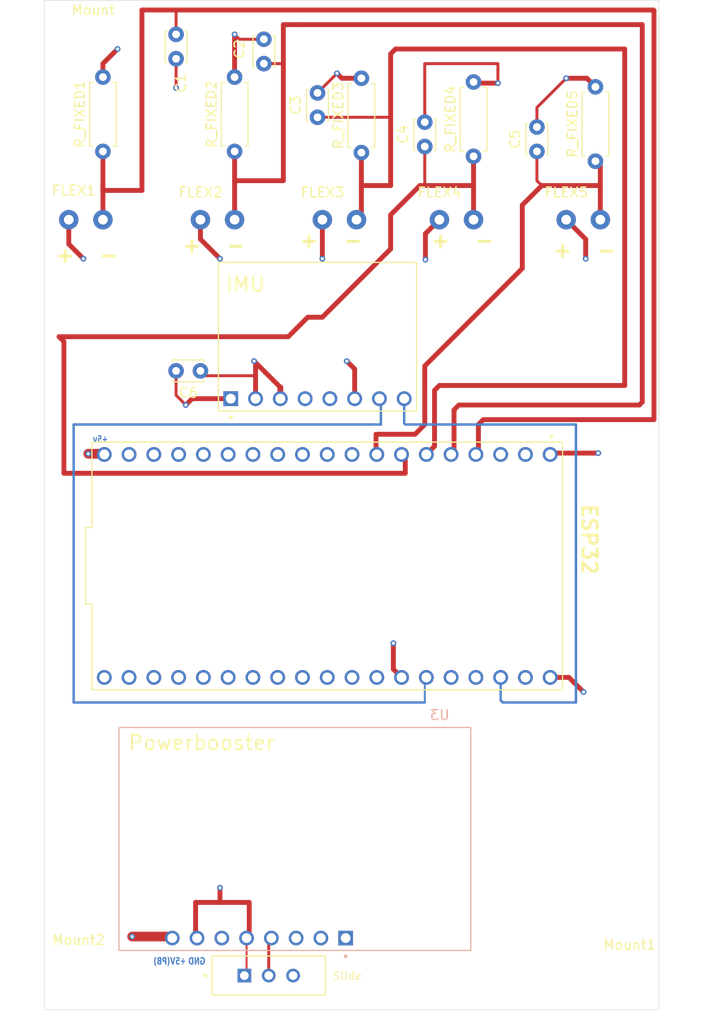
<source format=kicad_pcb>
(kicad_pcb (version 20241229) (generator "pcbnew") (generator_version "9.0")
  (layers (0 "F.Cu" signal "F.Cu(All signals)") (4 "In1.Cu" signal "ln1.Cu(GND)") (6 "In2.Cu" signal "ln2.Cu(PWR)") (2 "B.Cu" signal "B.Cu(Bottom)") (13 "F.Paste" user) (15 "B.Paste" user) (5 "F.SilkS" user "F.Silkscreen") (7 "B.SilkS" user "B.Silkscreen") (1 "F.Mask" user) (3 "B.Mask" user) (25 "Edge.Cuts" user))
  (net 0 "")
  (net 26 "GND")
  (net 27 "/FLEX1_SIG")
  (net 28 "+3V3")
  (net 30 "/FLEX2_SIG")
  (net 32 "/FLEX3_SIG")
  (net 33 "/FLEX4_SIG")
  (net 34 "/FLEX5_SIG")
  (net 35 "/SCL")
  (net 36 "/SDA")
  (net 37 "/U3.EN → S1 pin 2")
  (net 38 "+5V")
  (net 44 "unconnected-(U3-LBO-Pad6)")
  (footprint "WIREPADSS:Wire_2pad_P3.50_D1.40" (layer "F.Cu") (at 87 51.5)
    (property "Reference" "FLEX1" (at 0.5 -3 0) (layer "F.SilkS"))
    (property "Value" "FLEX1(25-100kΩ)")
    (pad "1" thru_hole oval (at 0 0) (size 2 2) (drill 1) (layers "*.Cu" "*.Mask") (net 28 "+3V3"))
    (pad "2" thru_hole oval (at 3.5 0) (size 2 2) (drill 1) (layers "*.Cu" "*.Mask") (net 27 "/FLEX1_SIG"))
  )
  (footprint "Resistor_THT:R_Axial_DIN0207_L6.3mm_D2.5mm_P7.62mm_Horizontal" (layer "F.Cu") (at 128.5 45 90)
    (property "Reference" "R_FIXED4" (at 3.81 -2.37 90) (layer "F.SilkS"))
    (property "Value" "47k")
    (fp_line (start 7.08 -1.37) (end 7.08 -1.04) (stroke (width 0.12)) (layer "F.SilkS"))
    (fp_line (start 0.54 -1.37) (end 7.08 -1.37) (stroke (width 0.12)) (layer "F.SilkS"))
    (fp_line (start 0.54 -1.04) (end 0.54 -1.37) (stroke (width 0.12)) (layer "F.SilkS"))
    (fp_line (start 0.54 1.04) (end 0.54 1.37) (stroke (width 0.12)) (layer "F.SilkS"))
    (fp_line (start 7.08 1.37) (end 7.08 1.04) (stroke (width 0.12)) (layer "F.SilkS"))
    (fp_line (start 0.54 1.37) (end 7.08 1.37) (stroke (width 0.12)) (layer "F.SilkS"))
    (pad "1" thru_hole circle (at 0 0 90) (size 1.6 1.6) (drill 0.8) (layers "*.Cu" "*.Mask") (net 33 "/FLEX4_SIG"))
    (pad "2" thru_hole circle (at 7.62 0 90) (size 1.6 1.6) (drill 0.8) (layers "*.Cu" "*.Mask") (net 26 "GND"))
  )
  (footprint "Capacitor_THT:C_Disc_D3.0mm_W2.0mm_P2.50mm" (layer "F.Cu") (at 107 35.5 90)
    (property "Reference" "C2" (at 1.5 -2.5 90) (layer "F.SilkS"))
    (property "Value" "0.22uF")
    (fp_line (start 2.87 -1.12) (end 2.87 -0.972) (stroke (width 0.12)) (layer "F.SilkS"))
    (fp_line (start -0.37 -1.12) (end 2.87 -1.12) (stroke (width 0.12)) (layer "F.SilkS"))
    (fp_line (start -0.37 -0.972) (end -0.37 -1.12) (stroke (width 0.12)) (layer "F.SilkS"))
    (fp_line (start 2.87 0.972) (end 2.87 1.12) (stroke (width 0.12)) (layer "F.SilkS"))
    (fp_line (start 2.87 1.12) (end -0.37 1.12) (stroke (width 0.12)) (layer "F.SilkS"))
    (fp_line (start -0.37 1.12) (end -0.37 0.972) (stroke (width 0.12)) (layer "F.SilkS"))
    (pad "1" thru_hole circle (at 0 0 90) (size 1.6 1.6) (drill 0.8) (layers "*.Cu" "*.Mask") (net 30 "/FLEX2_SIG"))
    (pad "2" thru_hole circle (at 2.5 0 90) (size 1.6 1.6) (drill 0.8) (layers "*.Cu" "*.Mask") (net 26 "GND"))
  )
  (footprint "WIREPADSS:Wire_2pad_P3.50_D1.40" (layer "F.Cu") (at 100.5 51.5)
    (property "Reference" "FLEX2" (at 0 -2.8 0) (layer "F.SilkS"))
    (property "Value" "FLEX2(25-100kΩ)")
    (pad "1" thru_hole circle (at 0 0) (size 2 2) (drill 1) (layers "*.Cu" "*.Mask") (net 28 "+3V3"))
    (pad "2" thru_hole oval (at 3.5 0) (size 2 2) (drill 1) (layers "*.Cu" "*.Mask") (net 30 "/FLEX2_SIG"))
  )
  (footprint "NODEMCU-32S:MODULE_NODEMCU-32S" (layer "F.Cu") (at 113.5 87 -90)
    (property "Reference" "U1" (hide yes))
    (property "Value" "NODEMCU-32S")
    (fp_line (start -3.93 24.78) (end 3.93 24.78) (stroke (width 0.127)) (layer "F.SilkS"))
    (fp_line (start 3.93 24.78) (end 3.93 24.13) (stroke (width 0.127)) (layer "F.SilkS"))
    (fp_line (start -12.7 24.13) (end -12.7 -24.13) (stroke (width 0.127)) (layer "F.SilkS"))
    (fp_line (start -3.93 24.13) (end -3.93 24.78) (stroke (width 0.127)) (layer "F.SilkS"))
    (fp_line (start -3.93 24.13) (end -12.7 24.13) (stroke (width 0.127)) (layer "F.SilkS"))
    (fp_line (start 12.7 24.13) (end 3.93 24.13) (stroke (width 0.127)) (layer "F.SilkS"))
    (fp_line (start -12.7 -24.13) (end 12.7 -24.13) (stroke (width 0.127)) (layer "F.SilkS"))
    (fp_line (start 12.7 -24.13) (end 12.7 24.13) (stroke (width 0.127)) (layer "F.SilkS"))
    (fp_circle (center -13.25 -23) (end -13.15 -23) (stroke (width 0.2)) (fill no) (layer "F.SilkS"))
    (pad "J1_1" thru_hole circle (at -11.43 -22.86 270) (size 1.524 1.524) (drill 1.016) (layers "*.Cu" "*.Mask") (net 28 "+3V3"))
    (pad "J1_2" thru_hole circle (at -11.43 -20.32 270) (size 1.524 1.524) (drill 1.016) (layers "*.Cu" "*.Mask"))
    (pad "J1_3" thru_hole circle (at -11.43 -17.78 270) (size 1.524 1.524) (drill 1.016) (layers "*.Cu" "*.Mask"))
    (pad "J1_4" thru_hole circle (at -11.43 -15.24 270) (size 1.524 1.524) (drill 1.016) (layers "*.Cu" "*.Mask") (net 27 "/FLEX1_SIG"))
    (pad "J1_5" thru_hole circle (at -11.43 -12.7 270) (size 1.524 1.524) (drill 1.016) (layers "*.Cu" "*.Mask") (net 30 "/FLEX2_SIG"))
    (pad "J1_6" thru_hole circle (at -11.43 -10.16 270) (size 1.524 1.524) (drill 1.016) (layers "*.Cu" "*.Mask") (net 32 "/FLEX3_SIG"))
    (pad "J1_7" thru_hole circle (at -11.43 -7.62 270) (size 1.524 1.524) (drill 1.016) (layers "*.Cu" "*.Mask") (net 33 "/FLEX4_SIG"))
    (pad "J1_8" thru_hole circle (at -11.43 -5.08 270) (size 1.524 1.524) (drill 1.016) (layers "*.Cu" "*.Mask") (net 34 "/FLEX5_SIG"))
    (pad "J1_9" thru_hole circle (at -11.43 -2.54 270) (size 1.524 1.524) (drill 1.016) (layers "*.Cu" "*.Mask"))
    (pad "J1_10" thru_hole circle (at -11.43 0 270) (size 1.524 1.524) (drill 1.016) (layers "*.Cu" "*.Mask"))
    (pad "J1_11" thru_hole circle (at -11.43 2.54 270) (size 1.524 1.524) (drill 1.016) (layers "*.Cu" "*.Mask"))
    (pad "J1_12" thru_hole circle (at -11.43 5.08 270) (size 1.524 1.524) (drill 1.016) (layers "*.Cu" "*.Mask"))
    (pad "J1_13" thru_hole circle (at -11.43 7.62 270) (size 1.524 1.524) (drill 1.016) (layers "*.Cu" "*.Mask"))
    (pad "J1_14" thru_hole circle (at -11.43 10.16 270) (size 1.524 1.524) (drill 1.016) (layers "*.Cu" "*.Mask") (net 26 "GND"))
    (pad "J1_15" thru_hole circle (at -11.43 12.7 270) (size 1.524 1.524) (drill 1.016) (layers "*.Cu" "*.Mask"))
    (pad "J1_16" thru_hole circle (at -11.43 15.24 270) (size 1.524 1.524) (drill 1.016) (layers "*.Cu" "*.Mask"))
    (pad "J1_17" thru_hole circle (at -11.43 17.78 270) (size 1.524 1.524) (drill 1.016) (layers "*.Cu" "*.Mask"))
    (pad "J1_18" thru_hole circle (at -11.43 20.32 270) (size 1.524 1.524) (drill 1.016) (layers "*.Cu" "*.Mask"))
    (pad "J1_19" thru_hole circle (at -11.43 22.86 270) (size 1.524 1.524) (drill 1.016) (layers "*.Cu" "*.Mask") (net 38 "+5V"))
    (pad "J2_1" thru_hole circle (at 11.43 -22.86 270) (size 1.524 1.524) (drill 1.016) (layers "*.Cu" "*.Mask") (net 26 "GND"))
    (pad "J2_2" thru_hole circle (at 11.43 -20.32 270) (size 1.524 1.524) (drill 1.016) (layers "*.Cu" "*.Mask"))
    (pad "J2_3" thru_hole circle (at 11.43 -17.78 270) (size 1.524 1.524) (drill 1.016) (layers "*.Cu" "*.Mask") (net 35 "/SCL"))
    (pad "J2_4" thru_hole circle (at 11.43 -15.24 270) (size 1.524 1.524) (drill 1.016) (layers "*.Cu" "*.Mask"))
    (pad "J2_5" thru_hole circle (at 11.43 -12.7 270) (size 1.524 1.524) (drill 1.016) (layers "*.Cu" "*.Mask"))
    (pad "J2_6" thru_hole circle (at 11.43 -10.16 270) (size 1.524 1.524) (drill 1.016) (layers "*.Cu" "*.Mask") (net 36 "/SDA"))
    (pad "J2_7" thru_hole circle (at 11.43 -7.62 270) (size 1.524 1.524) (drill 1.016) (layers "*.Cu" "*.Mask") (net 26 "GND"))
    (pad "J2_8" thru_hole circle (at 11.43 -5.08 270) (size 1.524 1.524) (drill 1.016) (layers "*.Cu" "*.Mask"))
    (pad "J2_9" thru_hole circle (at 11.43 -2.54 270) (size 1.524 1.524) (drill 1.016) (layers "*.Cu" "*.Mask"))
    (pad "J2_10" thru_hole circle (at 11.43 0 270) (size 1.524 1.524) (drill 1.016) (layers "*.Cu" "*.Mask"))
    (pad "J2_11" thru_hole circle (at 11.43 2.54 270) (size 1.524 1.524) (drill 1.016) (layers "*.Cu" "*.Mask"))
    (pad "J2_12" thru_hole circle (at 11.43 5.08 270) (size 1.524 1.524) (drill 1.016) (layers "*.Cu" "*.Mask"))
    (pad "J2_13" thru_hole circle (at 11.43 7.62 270) (size 1.524 1.524) (drill 1.016) (layers "*.Cu" "*.Mask"))
    (pad "J2_14" thru_hole circle (at 11.43 10.16 270) (size 1.524 1.524) (drill 1.016) (layers "*.Cu" "*.Mask"))
    (pad "J2_15" thru_hole circle (at 11.43 12.7 270) (size 1.524 1.524) (drill 1.016) (layers "*.Cu" "*.Mask"))
    (pad "J2_16" thru_hole circle (at 11.43 15.24 270) (size 1.524 1.524) (drill 1.016) (layers "*.Cu" "*.Mask"))
    (pad "J2_17" thru_hole circle (at 11.43 17.78 270) (size 1.524 1.524) (drill 1.016) (layers "*.Cu" "*.Mask"))
    (pad "J2_18" thru_hole circle (at 11.43 20.32 270) (size 1.524 1.524) (drill 1.016) (layers "*.Cu" "*.Mask"))
    (pad "J2_19" thru_hole circle (at 11.43 22.86 270) (size 1.524 1.524) (drill 1.016) (layers "*.Cu" "*.Mask"))
  )
  (footprint "WIREPADSS:Wire_2pad_P3.50_D1.40" (layer "F.Cu") (at 113 51.5)
    (property "Reference" "FLEX3" (at 0 -2.8 0) (layer "F.SilkS"))
    (property "Value" "FLEX3(25-100kΩ)")
    (pad "1" thru_hole oval (at 0 0) (size 2 2) (drill 1) (layers "*.Cu" "*.Mask") (net 28 "+3V3"))
    (pad "2" thru_hole oval (at 3.5 0) (size 2 2) (drill 1) (layers "*.Cu" "*.Mask") (net 32 "/FLEX3_SIG"))
  )
  (footprint "Capacitor_THT:C_Disc_D3.0mm_W2.0mm_P2.50mm" (layer "F.Cu") (at 112.5 41 90)
    (property "Reference" "C3" (at 1.25 -2.25 90) (layer "F.SilkS"))
    (property "Value" "0.22uF")
    (fp_line (start 2.87 -1.12) (end 2.87 -0.972) (stroke (width 0.12)) (layer "F.SilkS"))
    (fp_line (start -0.37 -1.12) (end 2.87 -1.12) (stroke (width 0.12)) (layer "F.SilkS"))
    (fp_line (start -0.37 -0.972) (end -0.37 -1.12) (stroke (width 0.12)) (layer "F.SilkS"))
    (fp_line (start 2.87 0.972) (end 2.87 1.12) (stroke (width 0.12)) (layer "F.SilkS"))
    (fp_line (start 2.87 1.12) (end -0.37 1.12) (stroke (width 0.12)) (layer "F.SilkS"))
    (fp_line (start -0.37 1.12) (end -0.37 0.972) (stroke (width 0.12)) (layer "F.SilkS"))
    (pad "1" thru_hole circle (at 0 0 90) (size 1.6 1.6) (drill 0.8) (layers "*.Cu" "*.Mask") (net 32 "/FLEX3_SIG"))
    (pad "2" thru_hole circle (at 2.5 0 90) (size 1.6 1.6) (drill 0.8) (layers "*.Cu" "*.Mask") (net 26 "GND"))
  )
  (footprint "Capacitor_THT:C_Disc_D3.0mm_W2.0mm_P2.50mm" (layer "F.Cu") (at 123.5 44 90)
    (property "Reference" "C4" (at 1.25 -2.25 90) (layer "F.SilkS"))
    (property "Value" "0.22uF")
    (fp_line (start 2.87 -1.12) (end 2.87 -0.972) (stroke (width 0.12)) (layer "F.SilkS"))
    (fp_line (start -0.37 -1.12) (end 2.87 -1.12) (stroke (width 0.12)) (layer "F.SilkS"))
    (fp_line (start -0.37 -0.972) (end -0.37 -1.12) (stroke (width 0.12)) (layer "F.SilkS"))
    (fp_line (start 2.87 0.972) (end 2.87 1.12) (stroke (width 0.12)) (layer "F.SilkS"))
    (fp_line (start 2.87 1.12) (end -0.37 1.12) (stroke (width 0.12)) (layer "F.SilkS"))
    (fp_line (start -0.37 1.12) (end -0.37 0.972) (stroke (width 0.12)) (layer "F.SilkS"))
    (pad "1" thru_hole circle (at 0 0 90) (size 1.6 1.6) (drill 0.8) (layers "*.Cu" "*.Mask") (net 33 "/FLEX4_SIG"))
    (pad "2" thru_hole circle (at 2.5 0 90) (size 1.6 1.6) (drill 0.8) (layers "*.Cu" "*.Mask") (net 26 "GND"))
  )
  (footprint "MountingHole:MountingHole_2.7mm" (layer "F.Cu") (at 88 129)
    (property "Reference" "Mount2" (at 0 -3.65 0) (layer "F.SilkS"))
    (property "Value" "MountingHole_2.7mm")
    (pad "" np_thru_hole circle (at 0 0) (size 2.7 2.7) (drill 2.7) (layers "*.Cu" "*.Mask"))
  )
  (footprint "ADXL345(used):MODULE_SEN-09836" (layer "F.Cu") (at 112.5 63.5)
    (property "Reference" "U2" (hide yes))
    (property "Value" "SEN-09836")
    (fp_line (start -10.16 -7.62) (end -10.16 7.62) (stroke (width 0.127)) (layer "F.SilkS"))
    (fp_line (start -10.16 7.62) (end 10.16 7.62) (stroke (width 0.127)) (layer "F.SilkS"))
    (fp_line (start 10.16 -7.62) (end -10.16 -7.62) (stroke (width 0.127)) (layer "F.SilkS"))
    (fp_line (start 10.16 7.62) (end 10.16 -7.62) (stroke (width 0.127)) (layer "F.SilkS"))
    (fp_circle (center -8.89 8.25) (end -8.79 8.25) (stroke (width 0.2)) (fill no) (layer "F.SilkS"))
    (pad "1" thru_hole rect (at -8.89 6.35) (size 1.524 1.524) (drill 1.016) (layers "*.Cu" "*.Mask") (net 26 "GND"))
    (pad "2" thru_hole circle (at -6.35 6.35) (size 1.524 1.524) (drill 1.016) (layers "*.Cu" "*.Mask") (net 28 "+3V3"))
    (pad "3" thru_hole circle (at -3.81 6.35) (size 1.524 1.524) (drill 1.016) (layers "*.Cu" "*.Mask") (net 28 "+3V3"))
    (pad "4" thru_hole circle (at -1.27 6.35) (size 1.524 1.524) (drill 1.016) (layers "*.Cu" "*.Mask"))
    (pad "5" thru_hole circle (at 1.27 6.35) (size 1.524 1.524) (drill 1.016) (layers "*.Cu" "*.Mask"))
    (pad "6" thru_hole circle (at 3.81 6.35) (size 1.524 1.524) (drill 1.016) (layers "*.Cu" "*.Mask") (net 26 "GND"))
    (pad "7" thru_hole circle (at 6.35 6.35) (size 1.524 1.524) (drill 1.016) (layers "*.Cu" "*.Mask") (net 36 "/SDA"))
    (pad "8" thru_hole circle (at 8.89 6.35) (size 1.524 1.524) (drill 1.016) (layers "*.Cu" "*.Mask") (net 35 "/SCL"))
  )
  (footprint "Capacitor_THT:C_Disc_D3.0mm_W2.0mm_P2.50mm" (layer "F.Cu") (at 98 32.5 -90)
    (property "Reference" "C1" (at 5 -0.5 90) (layer "F.SilkS"))
    (property "Value" "0.22uF")
    (fp_line (start -0.37 1.12) (end -0.37 0.972) (stroke (width 0.12)) (layer "F.SilkS"))
    (fp_line (start 2.87 1.12) (end -0.37 1.12) (stroke (width 0.12)) (layer "F.SilkS"))
    (fp_line (start 2.87 0.972) (end 2.87 1.12) (stroke (width 0.12)) (layer "F.SilkS"))
    (fp_line (start -0.37 -0.972) (end -0.37 -1.12) (stroke (width 0.12)) (layer "F.SilkS"))
    (fp_line (start -0.37 -1.12) (end 2.87 -1.12) (stroke (width 0.12)) (layer "F.SilkS"))
    (fp_line (start 2.87 -1.12) (end 2.87 -0.972) (stroke (width 0.12)) (layer "F.SilkS"))
    (pad "1" thru_hole circle (at 0 0 270) (size 1.6 1.6) (drill 0.8) (layers "*.Cu" "*.Mask") (net 27 "/FLEX1_SIG"))
    (pad "2" thru_hole circle (at 2.5 0 270) (size 1.6 1.6) (drill 0.8) (layers "*.Cu" "*.Mask") (net 26 "GND"))
  )
  (footprint "MountingHole:MountingHole_2.5mm" (layer "F.Cu") (at 88 33)
    (property "Reference" "Mount" (at 1.5 -3 0) (layer "F.SilkS"))
    (property "Value" "MountingHole_2.5mm")
    (pad "" np_thru_hole circle (at 0 0) (size 2.5 2.5) (drill 2.5) (layers "*.Cu" "*.Mask"))
  )
  (footprint "WIREPADSS:Wire_2pad_P3.50_D1.40" (layer "F.Cu") (at 138 51.5)
    (property "Reference" "FLEX5" (at 0 -2.8 0) (layer "F.SilkS"))
    (property "Value" "FLEX5(25-100kΩ)")
    (pad "1" thru_hole oval (at 0 0) (size 2 2) (drill 1) (layers "*.Cu" "*.Mask") (net 28 "+3V3"))
    (pad "2" thru_hole oval (at 3.5 0) (size 2 2) (drill 1) (layers "*.Cu" "*.Mask") (net 34 "/FLEX5_SIG"))
  )
  (footprint "Capacitor_THT:C_Disc_D3.0mm_W2.0mm_P2.50mm" (layer "F.Cu") (at 100.5 67 180)
    (property "Reference" "C6" (at 1.25 -2.25 0) (layer "F.SilkS"))
    (property "Value" "0.1uF")
    (fp_line (start 2.87 1.12) (end -0.37 1.12) (stroke (width 0.12)) (layer "F.SilkS"))
    (fp_line (start 2.87 0.972) (end 2.87 1.12) (stroke (width 0.12)) (layer "F.SilkS"))
    (fp_line (start 2.87 -1.12) (end 2.87 -0.972) (stroke (width 0.12)) (layer "F.SilkS"))
    (fp_line (start -0.37 1.12) (end -0.37 0.972) (stroke (width 0.12)) (layer "F.SilkS"))
    (fp_line (start -0.37 -0.972) (end -0.37 -1.12) (stroke (width 0.12)) (layer "F.SilkS"))
    (fp_line (start -0.37 -1.12) (end 2.87 -1.12) (stroke (width 0.12)) (layer "F.SilkS"))
    (pad "1" thru_hole circle (at 0 0 180) (size 1.6 1.6) (drill 0.8) (layers "*.Cu" "*.Mask") (net 28 "+3V3"))
    (pad "2" thru_hole circle (at 2.5 0 180) (size 1.6 1.6) (drill 0.8) (layers "*.Cu" "*.Mask") (net 26 "GND"))
  )
  (footprint "WIREPADSS:Wire_2pad_P3.50_D1.40" (layer "F.Cu") (at 125 51.5)
    (property "Reference" "FLEX4" (at 0 -2.8 0) (layer "F.SilkS"))
    (property "Value" "FLEX4(25-100kΩ)")
    (pad "1" thru_hole oval (at 0 0) (size 2 2) (drill 1) (layers "*.Cu" "*.Mask") (net 28 "+3V3"))
    (pad "2" thru_hole oval (at 3.5 0) (size 2 2) (drill 1) (layers "*.Cu" "*.Mask") (net 33 "/FLEX4_SIG"))
  )
  (footprint "MountingHole:MountingHole_2.7mm" (layer "F.Cu") (at 144.5 129.5)
    (property "Reference" "Mount1" (at 0 -3.65 0) (layer "F.SilkS"))
    (property "Value" "MountingHole_2.7mm")
    (pad "" np_thru_hole circle (at 0 0) (size 2.7 2.7) (drill 2.7) (layers "*.Cu" "*.Mask"))
  )
  (footprint "Resistor_THT:R_Axial_DIN0207_L6.3mm_D2.5mm_P7.62mm_Horizontal" (layer "F.Cu") (at 90.5 44.5 90)
    (property "Reference" "R_FIXED1" (at 3.81 -2.37 90) (layer "F.SilkS"))
    (property "Value" "47k")
    (fp_line (start 7.08 -1.37) (end 7.08 -1.04) (stroke (width 0.12)) (layer "F.SilkS"))
    (fp_line (start 0.54 -1.37) (end 7.08 -1.37) (stroke (width 0.12)) (layer "F.SilkS"))
    (fp_line (start 0.54 -1.04) (end 0.54 -1.37) (stroke (width 0.12)) (layer "F.SilkS"))
    (fp_line (start 0.54 1.04) (end 0.54 1.37) (stroke (width 0.12)) (layer "F.SilkS"))
    (fp_line (start 7.08 1.37) (end 7.08 1.04) (stroke (width 0.12)) (layer "F.SilkS"))
    (fp_line (start 0.54 1.37) (end 7.08 1.37) (stroke (width 0.12)) (layer "F.SilkS"))
    (pad "1" thru_hole circle (at 0 0 90) (size 1.6 1.6) (drill 0.8) (layers "*.Cu" "*.Mask") (net 27 "/FLEX1_SIG"))
    (pad "2" thru_hole circle (at 7.62 0 90) (size 1.6 1.6) (drill 0.8) (layers "*.Cu" "*.Mask") (net 26 "GND"))
  )
  (footprint "Resistor_THT:R_Axial_DIN0207_L6.3mm_D2.5mm_P7.62mm_Horizontal" (layer "F.Cu") (at 141 45.5 90)
    (property "Reference" "R_FIXED5" (at 3.81 -2.37 90) (layer "F.SilkS"))
    (property "Value" "47k")
    (fp_line (start 7.08 -1.37) (end 7.08 -1.04) (stroke (width 0.12)) (layer "F.SilkS"))
    (fp_line (start 0.54 -1.37) (end 7.08 -1.37) (stroke (width 0.12)) (layer "F.SilkS"))
    (fp_line (start 0.54 -1.04) (end 0.54 -1.37) (stroke (width 0.12)) (layer "F.SilkS"))
    (fp_line (start 0.54 1.04) (end 0.54 1.37) (stroke (width 0.12)) (layer "F.SilkS"))
    (fp_line (start 7.08 1.37) (end 7.08 1.04) (stroke (width 0.12)) (layer "F.SilkS"))
    (fp_line (start 0.54 1.37) (end 7.08 1.37) (stroke (width 0.12)) (layer "F.SilkS"))
    (pad "1" thru_hole circle (at 0 0 90) (size 1.6 1.6) (drill 0.8) (layers "*.Cu" "*.Mask") (net 34 "/FLEX5_SIG"))
    (pad "2" thru_hole circle (at 7.62 0 90) (size 1.6 1.6) (drill 0.8) (layers "*.Cu" "*.Mask") (net 26 "GND"))
  )
  (footprint "Resistor_THT:R_Axial_DIN0207_L6.3mm_D2.5mm_P7.62mm_Horizontal" (layer "F.Cu") (at 117 44.62 90)
    (property "Reference" "R_FIXED3" (at 3.81 -2.37 90) (layer "F.SilkS"))
    (property "Value" "47k")
    (fp_line (start 7.08 -1.37) (end 7.08 -1.04) (stroke (width 0.12)) (layer "F.SilkS"))
    (fp_line (start 0.54 -1.37) (end 7.08 -1.37) (stroke (width 0.12)) (layer "F.SilkS"))
    (fp_line (start 0.54 -1.04) (end 0.54 -1.37) (stroke (width 0.12)) (layer "F.SilkS"))
    (fp_line (start 0.54 1.04) (end 0.54 1.37) (stroke (width 0.12)) (layer "F.SilkS"))
    (fp_line (start 7.08 1.37) (end 7.08 1.04) (stroke (width 0.12)) (layer "F.SilkS"))
    (fp_line (start 0.54 1.37) (end 7.08 1.37) (stroke (width 0.12)) (layer "F.SilkS"))
    (pad "1" thru_hole circle (at 0 0 90) (size 1.6 1.6) (drill 0.8) (layers "*.Cu" "*.Mask") (net 32 "/FLEX3_SIG"))
    (pad "2" thru_hole circle (at 7.62 0 90) (size 1.6 1.6) (drill 0.8) (layers "*.Cu" "*.Mask") (net 26 "GND"))
  )
  (footprint "Capacitor_THT:C_Disc_D3.0mm_W2.0mm_P2.50mm" (layer "F.Cu") (at 135 44.5 90)
    (property "Reference" "C5" (at 1.25 -2.25 90) (layer "F.SilkS"))
    (property "Value" "0.22uF")
    (fp_line (start 2.87 -1.12) (end 2.87 -0.972) (stroke (width 0.12)) (layer "F.SilkS"))
    (fp_line (start -0.37 -1.12) (end 2.87 -1.12) (stroke (width 0.12)) (layer "F.SilkS"))
    (fp_line (start -0.37 -0.972) (end -0.37 -1.12) (stroke (width 0.12)) (layer "F.SilkS"))
    (fp_line (start 2.87 0.972) (end 2.87 1.12) (stroke (width 0.12)) (layer "F.SilkS"))
    (fp_line (start 2.87 1.12) (end -0.37 1.12) (stroke (width 0.12)) (layer "F.SilkS"))
    (fp_line (start -0.37 1.12) (end -0.37 0.972) (stroke (width 0.12)) (layer "F.SilkS"))
    (pad "1" thru_hole circle (at 0 0 90) (size 1.6 1.6) (drill 0.8) (layers "*.Cu" "*.Mask") (net 34 "/FLEX5_SIG"))
    (pad "2" thru_hole circle (at 2.5 0 90) (size 1.6 1.6) (drill 0.8) (layers "*.Cu" "*.Mask") (net 26 "GND"))
  )
  (footprint "Resistor_THT:R_Axial_DIN0207_L6.3mm_D2.5mm_P7.62mm_Horizontal" (layer "F.Cu") (at 104 44.5 90)
    (property "Reference" "R_FIXED2" (at 3.81 -2.37 90) (layer "F.SilkS"))
    (property "Value" "47k")
    (fp_line (start 7.08 -1.37) (end 7.08 -1.04) (stroke (width 0.12)) (layer "F.SilkS"))
    (fp_line (start 0.54 -1.37) (end 7.08 -1.37) (stroke (width 0.12)) (layer "F.SilkS"))
    (fp_line (start 0.54 -1.04) (end 0.54 -1.37) (stroke (width 0.12)) (layer "F.SilkS"))
    (fp_line (start 0.54 1.04) (end 0.54 1.37) (stroke (width 0.12)) (layer "F.SilkS"))
    (fp_line (start 7.08 1.37) (end 7.08 1.04) (stroke (width 0.12)) (layer "F.SilkS"))
    (fp_line (start 0.54 1.37) (end 7.08 1.37) (stroke (width 0.12)) (layer "F.SilkS"))
    (pad "1" thru_hole circle (at 0 0 90) (size 1.6 1.6) (drill 0.8) (layers "*.Cu" "*.Mask") (net 30 "/FLEX2_SIG"))
    (pad "2" thru_hole circle (at 7.62 0 90) (size 1.6 1.6) (drill 0.8) (layers "*.Cu" "*.Mask") (net 26 "GND"))
  )
  (footprint "MINI-SPDT-SW:Mini_SPDT(used)" (layer "F.Cu") (at 107.5 129)
    (property "Reference" "S1" (hide yes))
    (property "Value" "MINI-SPDT-SW")
    (fp_line (start -5.8 -2) (end -5.8 2) (stroke (width 0.127)) (layer "F.SilkS"))
    (fp_line (start -5.8 2) (end 5.8 2) (stroke (width 0.127)) (layer "F.SilkS"))
    (fp_line (start 5.8 -2) (end -5.8 -2) (stroke (width 0.127)) (layer "F.SilkS"))
    (fp_line (start 5.8 2) (end 5.8 -2) (stroke (width 0.127)) (layer "F.SilkS"))
    (fp_circle (center -6.5 0) (end -6.4 0) (stroke (width 0.2)) (fill no) (layer "F.SilkS"))
    (pad "1" thru_hole rect (at -2.5 0) (size 1.408 1.408) (drill 0.9) (layers "*.Cu" "*.Mask") (net 26 "GND"))
    (pad "2" thru_hole circle (at 0 0) (size 1.408 1.408) (drill 0.9) (layers "*.Cu" "*.Mask") (net 37 "/U3.EN → S1 pin 2"))
    (pad "3" thru_hole circle (at 2.5 0) (size 1.408 1.408) (drill 0.9) (layers "*.Cu" "*.Mask"))
  )
  (footprint "Powerbooster(used):MODULE_2465" (layer "B.Cu") (at 110.181122 114.994233 180)
    (property "Reference" "U3" (at -14.859 12.705 0) (layer "B.SilkS") (effects (justify mirror)))
    (property "Value" "2465")
    (fp_line (start 18.034 11.43) (end 18.034 -11.43) (stroke (width 0.127)) (layer "B.SilkS"))
    (fp_line (start 18.034 -11.43) (end -18.034 -11.43) (stroke (width 0.127)) (layer "B.SilkS"))
    (fp_line (start -18.034 11.43) (end 18.034 11.43) (stroke (width 0.127)) (layer "B.SilkS"))
    (fp_line (start -18.034 -11.43) (end -18.034 11.43) (stroke (width 0.127)) (layer "B.SilkS"))
    (fp_circle (center -5.207 -12.03) (end -5.107 -12.03) (stroke (width 0.2)) (fill no) (layer "B.SilkS"))
    (pad "1" thru_hole rect (at -5.207 -10.16 180) (size 1.508 1.508) (drill 1) (layers "*.Cu" "*.Mask"))
    (pad "2" thru_hole circle (at -2.667 -10.16 180) (size 1.508 1.508) (drill 1) (layers "*.Cu" "*.Mask"))
    (pad "3" thru_hole circle (at -0.127 -10.16 180) (size 1.508 1.508) (drill 1) (layers "*.Cu" "*.Mask"))
    (pad "4" thru_hole circle (at 2.413 -10.16 180) (size 1.508 1.508) (drill 1) (layers "*.Cu" "*.Mask") (net 37 "/U3.EN → S1 pin 2"))
    (pad "5" thru_hole circle (at 4.953 -10.16 180) (size 1.508 1.508) (drill 1) (layers "*.Cu" "*.Mask") (net 26 "GND"))
    (pad "6" thru_hole circle (at 7.493 -10.16 180) (size 1.508 1.508) (drill 1) (layers "*.Cu" "*.Mask") (net 44 "unconnected-(U3-LBO-Pad6)"))
    (pad "7" thru_hole circle (at 10.033 -10.16 180) (size 1.508 1.508) (drill 1) (layers "*.Cu" "*.Mask") (net 26 "GND"))
    (pad "8" thru_hole circle (at 12.573 -10.16 180) (size 1.508 1.508) (drill 1) (layers "*.Cu" "*.Mask") (net 38 "+5V"))
  )
  (gr_rect (start 84.5 29) (end 147.5 132.5) (stroke (width 0.05)) (fill no) (layer "Edge.Cuts"))
  (gr_text "+5V(PB)" (at 99 128 0) (layer "B.Cu") (effects (font (size 0.75 0.5) (thickness 0.125) (bold yes)) (justify left bottom mirror)))
  (gr_text "+5v" (at 91 74.5 0) (layer "B.Cu") (effects (font (size 0.75 0.5) (thickness 0.125) (bold yes)) (justify left bottom mirror)))
  (gr_text "GND" (at 101 128 0) (layer "B.Cu") (effects (font (size 0.75 0.5) (thickness 0.125) (bold yes)) (justify left bottom mirror)))
  (gr_text "Slide" (at 114 129.5 0) (layer "F.SilkS") (effects (font (size 0.8 0.8)) (justify left bottom)))
  (gr_text "+" (at 124 54.5 0) (layer "F.SilkS") (effects (font (size 1.5 1.5) (thickness 0.3) (bold yes)) (justify left bottom)))
  (gr_text "-\n" (at 103 55 0) (layer "F.SilkS") (effects (font (size 1.5 1.5) (thickness 0.3) (bold yes)) (justify left bottom)))
  (gr_text "-\n" (at 141 55.5 0) (layer "F.SilkS") (effects (font (size 1.5 1.5) (thickness 0.3) (bold yes)) (justify left bottom)))
  (gr_text "+" (at 110.5 54.5 0) (layer "F.SilkS") (effects (font (size 1.5 1.5) (thickness 0.3) (bold yes)) (justify left bottom)))
  (gr_text "+" (at 85.5 56 0) (layer "F.SilkS") (effects (font (size 1.5 1.5) (thickness 0.3) (bold yes)) (justify left bottom)))
  (gr_text "+" (at 98.5 55 0) (layer "F.SilkS") (effects (font (size 1.5 1.5) (thickness 0.3) (bold yes)) (justify left bottom)))
  (gr_text "-\n" (at 115 54.5 0) (layer "F.SilkS") (effects (font (size 1.5 1.5) (thickness 0.3) (bold yes)) (justify left bottom)))
  (gr_text "+" (at 136.5 55.5 0) (layer "F.SilkS") (effects (font (size 1.5 1.5) (thickness 0.3) (bold yes)) (justify left bottom)))
  (gr_text "Powerbooster" (at 93 106 0) (layer "F.SilkS") (effects (font (size 1.5 1.5)) (justify left bottom)))
  (gr_text "-\n" (at 128.5 54.5 0) (layer "F.SilkS") (effects (font (size 1.5 1.5) (thickness 0.3) (bold yes)) (justify left bottom)))
  (gr_text "ESP32" (at 139.5 80.5 270) (layer "F.SilkS") (effects (font (size 1.5 1.5) (thickness 0.3) (bold yes)) (justify left bottom)))
  (gr_text "-\n" (at 90 56 0) (layer "F.SilkS") (effects (font (size 1.5 1.5) (thickness 0.3) (bold yes)) (justify left bottom)))
  (gr_text "IMU" (at 103 59 0) (layer "F.SilkS") (effects (font (size 1.5 1.5)) (justify left bottom)))
  (segment (start 123.5 35.5) (end 131 35.5) (width 0.3) (layer "F.Cu") (net 26))
  (segment (start 103.61 69.85) (end 99.65 69.85) (width 0.5) (layer "F.Cu") (net 26))
  (segment (start 115 37) (end 114.5 36.5) (width 0.5) (layer "F.Cu") (net 26))
  (segment (start 100 121.5) (end 100 125.006111) (width 0.5) (layer "F.Cu") (net 26))
  (segment (start 140.12 37) (end 141 37.88) (width 0.5) (layer "F.Cu") (net 26))
  (segment (start 98 69.5) (end 99 70.5) (width 0.3) (layer "F.Cu") (net 26))
  (segment (start 105.228122 128.771878) (end 105 129) (width 0.2) (layer "F.Cu") (net 26))
  (segment (start 136.36 98.43) (end 138.28 98.43) (width 0.5) (layer "F.Cu") (net 26))
  (segment (start 135 40) (end 138 37) (width 0.3) (layer "F.Cu") (net 26))
  (segment (start 138 37) (end 140.12 37) (width 0.5) (layer "F.Cu") (net 26))
  (segment (start 104 32.5) (end 104 36.88) (width 0.5) (layer "F.Cu") (net 26))
  (segment (start 99.65 69.85) (end 99 70.5) (width 0.5) (layer "F.Cu") (net 26))
  (segment (start 102.5 121.5) (end 100 121.5) (width 0.5) (layer "F.Cu") (net 26))
  (segment (start 98 67) (end 98 69.5) (width 0.3) (layer "F.Cu") (net 26))
  (segment (start 131 37.5) (end 128.62 37.5) (width 0.5) (layer "F.Cu") (net 26))
  (segment (start 131 35.5) (end 131 37.5) (width 0.3) (layer "F.Cu") (net 26))
  (segment (start 107 33) (end 104.5 33) (width 0.3) (layer "F.Cu") (net 26))
  (segment (start 100 125.006111) (end 100.148122 125.154233) (width 0.2) (layer "F.Cu") (net 26))
  (segment (start 105.5 121.5) (end 102.5 121.5) (width 0.5) (layer "F.Cu") (net 26))
  (segment (start 98 35) (end 98 38) (width 0.3) (layer "F.Cu") (net 26))
  (segment (start 105.5 124.882355) (end 105.5 121.5) (width 0.5) (layer "F.Cu") (net 26))
  (segment (start 120.28 94.93) (end 120.28 97.59) (width 0.5) (layer "F.Cu") (net 26))
  (segment (start 105.228122 125.154233) (end 105.228122 128.771878) (width 0.2) (layer "F.Cu") (net 26))
  (segment (start 120.28 97.59) (end 121.12 98.43) (width 0.5) (layer "F.Cu") (net 26))
  (segment (start 102.5 120) (end 102.5 121.5) (width 0.5) (layer "F.Cu") (net 26))
  (segment (start 123.5 41.5) (end 123.5 35.5) (width 0.3) (layer "F.Cu") (net 26))
  (segment (start 90.5 35.5) (end 92 34) (width 0.5) (layer "F.Cu") (net 26))
  (segment (start 138.28 98.43) (end 139.78 99.93) (width 0.5) (layer "F.Cu") (net 26))
  (segment (start 116.31 69.85) (end 116.31 66.81) (width 0.5) (layer "F.Cu") (net 26))
  (segment (start 135 42) (end 135 40) (width 0.3) (layer "F.Cu") (net 26))
  (segment (start 128.62 37.5) (end 128.5 37.38) (width 0.2) (layer "F.Cu") (net 26))
  (segment (start 104.5 33) (end 104 32.5) (width 0.3) (layer "F.Cu") (net 26))
  (segment (start 117 37) (end 115 37) (width 0.5) (layer "F.Cu") (net 26))
  (segment (start 116.31 66.81) (end 115.5 66) (width 0.5) (layer "F.Cu") (net 26))
  (segment (start 105.228122 125.154233) (end 105.5 124.882355) (width 0.2) (layer "F.Cu") (net 26))
  (segment (start 90.5 36.88) (end 90.5 35.5) (width 0.5) (layer "F.Cu") (net 26))
  (segment (start 112.5 38.5) (end 114.5 36.5) (width 0.3) (layer "F.Cu") (net 26))
  (via (at 131 37.5) (size 0.6) (drill 0.3) (layers "F.Cu" "B.Cu") (net 26))
  (via (at 115.5 66) (size 0.6) (drill 0.3) (layers "F.Cu" "B.Cu") (net 26))
  (via (at 139.78 99.93) (size 0.6) (drill 0.3) (layers "F.Cu" "B.Cu") (net 26))
  (via (at 92 34) (size 0.6) (drill 0.3) (layers "F.Cu" "B.Cu") (net 26))
  (via (at 102.5 120) (size 0.6) (drill 0.3) (layers "F.Cu" "B.Cu") (net 26))
  (via (at 120.28 94.93) (size 0.6) (drill 0.3) (layers "F.Cu" "B.Cu") (net 26))
  (via (at 104 32.5) (size 0.6) (drill 0.3) (layers "F.Cu" "B.Cu") (net 26))
  (via (at 114.5 36.5) (size 0.6) (drill 0.3) (layers "F.Cu" "B.Cu") (net 26))
  (via (at 98 38) (size 0.6) (drill 0.3) (layers "F.Cu" "B.Cu") (net 26))
  (via (at 138 37) (size 0.6) (drill 0.3) (layers "F.Cu" "B.Cu") (net 26))
  (via (at 99 70.5) (size 0.6) (drill 0.3) (layers "F.Cu" "B.Cu") (net 26))
  (segment (start 128.74 75.57) (end 129 75.31) (width 0.5) (layer "F.Cu") (net 27))
  (segment (start 147 30.060748) (end 146.939252 30) (width 0.5) (layer "F.Cu") (net 27))
  (segment (start 129.5 72) (end 145.5 72) (width 0.5) (layer "F.Cu") (net 27))
  (segment (start 90.5 48) (end 90.5 44.5) (width 0.5) (layer "F.Cu") (net 27))
  (segment (start 129 72.5) (end 129.5 72) (width 0.5) (layer "F.Cu") (net 27))
  (segment (start 98 32.5) (end 98 30) (width 0.3) (layer "F.Cu") (net 27))
  (segment (start 90.5 51.5) (end 90.5 48) (width 0.5) (layer "F.Cu") (net 27))
  (segment (start 129 75.31) (end 129 72.5) (width 0.5) (layer "F.Cu") (net 27))
  (segment (start 145.5 72) (end 147 72) (width 0.5) (layer "F.Cu") (net 27))
  (segment (start 98 30) (end 94.5 30) (width 0.5) (layer "F.Cu") (net 27))
  (segment (start 94.5 32.5) (end 94.5 48.5) (width 0.5) (layer "F.Cu") (net 27))
  (segment (start 94.5 48.5) (end 90.5 48.5) (width 0.5) (layer "F.Cu") (net 27))
  (segment (start 94.5 30) (end 94.5 32.5) (width 0.5) (layer "F.Cu") (net 27))
  (segment (start 147 72) (end 147 30.060748) (width 0.5) (layer "F.Cu") (net 27))
  (segment (start 90.5 48.5) (end 90.5 48) (width 0.5) (layer "F.Cu") (net 27))
  (segment (start 146.939252 30) (end 98 30) (width 0.5) (layer "F.Cu") (net 27))
  (segment (start 141.28 75.43) (end 136.5 75.43) (width 0.5) (layer "F.Cu") (net 28))
  (segment (start 113 55.5) (end 113 51.5) (width 0.5) (layer "F.Cu") (net 28))
  (segment (start 106 66) (end 108.69 68.69) (width 0.5) (layer "F.Cu") (net 28))
  (segment (start 106.15 69.85) (end 106.15 67.5) (width 0.5) (layer "F.Cu") (net 28))
  (segment (start 100.5 53.5) (end 100.5 51.5) (width 0.5) (layer "F.Cu") (net 28))
  (segment (start 87 54) (end 87 51.5) (width 0.5) (layer "F.Cu") (net 28))
  (segment (start 101 67.5) (end 106.15 67.5) (width 0.3) (layer "F.Cu") (net 28))
  (segment (start 88.5 55.5) (end 87 54) (width 0.5) (layer "F.Cu") (net 28))
  (segment (start 108.69 68.69) (end 108.69 69.85) (width 0.6) (layer "F.Cu") (net 28))
  (segment (start 123.567495 52.932505) (end 125 51.5) (width 0.5) (layer "F.Cu") (net 28))
  (segment (start 140 55.5) (end 140 53.5) (width 0.5) (layer "F.Cu") (net 28))
  (segment (start 106.15 66.15) (end 106 66) (width 0.2) (layer "F.Cu") (net 28))
  (segment (start 140 53.5) (end 138 51.5) (width 0.5) (layer "F.Cu") (net 28))
  (segment (start 100.5 67) (end 101 67.5) (width 0.3) (layer "F.Cu") (net 28))
  (segment (start 123.567495 55.595037) (end 123.567495 52.932505) (width 0.5) (layer "F.Cu") (net 28))
  (segment (start 102.5 55.5) (end 100.5 53.5) (width 0.5) (layer "F.Cu") (net 28))
  (segment (start 106.15 67.5) (end 106.15 66.15) (width 0.5) (layer "F.Cu") (net 28))
  (via (at 88.5 55.5) (size 0.6) (drill 0.3) (layers "F.Cu" "B.Cu") (net 28))
  (via (at 102.5 55.5) (size 0.6) (drill 0.3) (layers "F.Cu" "B.Cu") (net 28))
  (via (at 140 55.5) (size 0.6) (drill 0.3) (layers "F.Cu" "B.Cu") (net 28))
  (via (at 113 55.5) (size 0.6) (drill 0.3) (layers "F.Cu" "B.Cu") (net 28))
  (via (at 106 66) (size 0.6) (drill 0.3) (layers "F.Cu" "B.Cu") (net 28))
  (via (at 141.28 75.43) (size 0.6) (drill 0.3) (layers "F.Cu" "B.Cu") (net 28))
  (via (at 123.567495 55.595037) (size 0.6) (drill 0.3) (layers "F.Cu" "B.Cu") (net 28))
  (segment (start 145.5 70.5) (end 127 70.5) (width 0.5) (layer "F.Cu") (net 30))
  (segment (start 145.7968 31.5) (end 145.7968 70.2032) (width 0.5) (layer "F.Cu") (net 30))
  (segment (start 111 31.5) (end 145.7968 31.5) (width 0.5) (layer "F.Cu") (net 30))
  (segment (start 104 51.5) (end 104 47.5) (width 0.5) (layer "F.Cu") (net 30))
  (segment (start 109 35.5) (end 109 31.5) (width 0.5) (layer "F.Cu") (net 30))
  (segment (start 109 31.5) (end 111 31.5) (width 0.5) (layer "F.Cu") (net 30))
  (segment (start 145.7968 70.2032) (end 145.5 70.5) (width 0.5) (layer "F.Cu") (net 30))
  (segment (start 104 47.5) (end 104 44.5) (width 0.5) (layer "F.Cu") (net 30))
  (segment (start 104 47.5) (end 109 47.5) (width 0.5) (layer "F.Cu") (net 30))
  (segment (start 127 70.5) (end 126.5 71) (width 0.5) (layer "F.Cu") (net 30))
  (segment (start 107 35.5) (end 109 35.5) (width 0.3) (layer "F.Cu") (net 30))
  (segment (start 126.5 75.27) (end 126.2 75.57) (width 0.5) (layer "F.Cu") (net 30))
  (segment (start 109 47.5) (end 109 35.5) (width 0.5) (layer "F.Cu") (net 30))
  (segment (start 126.5 71) (end 126.5 75.27) (width 0.5) (layer "F.Cu") (net 30))
  (segment (start 120 34.5) (end 120.5 34) (width 0.5) (layer "F.Cu") (net 32))
  (segment (start 120.5 34) (end 144 34) (width 0.5) (layer "F.Cu") (net 32))
  (segment (start 144 34) (end 144 68.5) (width 0.5) (layer "F.Cu") (net 32))
  (segment (start 124.5 69) (end 124.5 74.73) (width 0.5) (layer "F.Cu") (net 32))
  (segment (start 144 68.5) (end 125 68.5) (width 0.5) (layer "F.Cu") (net 32))
  (segment (start 117 48) (end 120 48) (width 0.5) (layer "F.Cu") (net 32))
  (segment (start 112.5 41) (end 120 41) (width 0.3) (layer "F.Cu") (net 32))
  (segment (start 117 48) (end 117 44.62) (width 0.5) (layer "F.Cu") (net 32))
  (segment (start 117 51) (end 117 48) (width 0.5) (layer "F.Cu") (net 32))
  (segment (start 116.5 51.5) (end 117 51) (width 0.5) (layer "F.Cu") (net 32))
  (segment (start 124.5 74.73) (end 123.66 75.57) (width 0.5) (layer "F.Cu") (net 32))
  (segment (start 120 48) (end 120 41) (width 0.5) (layer "F.Cu") (net 32))
  (segment (start 120 39.5) (end 120 34.5) (width 0.5) (layer "F.Cu") (net 32))
  (segment (start 120 41) (end 120 39.5) (width 0.5) (layer "F.Cu") (net 32))
  (segment (start 125 68.5) (end 124.5 69) (width 0.5) (layer "F.Cu") (net 32))
  (segment (start 113 61.5) (end 111.5 61.5) (width 0.5) (layer "F.Cu") (net 33))
  (segment (start 120 54.5) (end 113 61.5) (width 0.5) (layer "F.Cu") (net 33))
  (segment (start 128.5 48) (end 128.5 45) (width 0.5) (layer "F.Cu") (net 33))
  (segment (start 121.5 77.5) (end 121.5 75.95) (width 0.5) (layer "F.Cu") (net 33))
  (segment (start 121.5 75.95) (end 121.12 75.57) (width 0.5) (layer "F.Cu") (net 33))
  (segment (start 123.5 48) (end 123 48) (width 0.5) (layer "F.Cu") (net 33))
  (segment (start 128.5 51.5) (end 128.5 48) (width 0.5) (layer "F.Cu") (net 33))
  (segment (start 120 51) (end 120 54.5) (width 0.5) (layer "F.Cu") (net 33))
  (segment (start 86 63.5) (end 86.5 64) (width 0.5) (layer "F.Cu") (net 33))
  (segment (start 86.5 77.5) (end 121.5 77.5) (width 0.5) (layer "F.Cu") (net 33))
  (segment (start 86.5 64) (end 86.5 77.5) (width 0.5) (layer "F.Cu") (net 33))
  (segment (start 111.5 61.5) (end 109.5 63.5) (width 0.5) (layer "F.Cu") (net 33))
  (segment (start 123 48) (end 120 51) (width 0.5) (layer "F.Cu") (net 33))
  (segment (start 128.5 48) (end 123.5 48) (width 0.5) (layer "F.Cu") (net 33))
  (segment (start 109.5 63.5) (end 95.5 63.5) (width 0.5) (layer "F.Cu") (net 33))
  (segment (start 123.5 44) (end 123.5 48) (width 0.3) (layer "F.Cu") (net 33))
  (segment (start 95.5 63.5) (end 86 63.5) (width 0.5) (layer "F.Cu") (net 33))
  (segment (start 123.5 66.5) (end 123.5 72.5) (width 0.5) (layer "F.Cu") (net 34))
  (segment (start 135 47.5) (end 135.5 48) (width 0.3) (layer "F.Cu") (net 34))
  (segment (start 133.5 56.5) (end 123.5 66.5) (width 0.5) (layer "F.Cu") (net 34))
  (segment (start 135.5 48) (end 133.5 50) (width 0.5) (layer "F.Cu") (net 34))
  (segment (start 123.5 72.5) (end 122.5 73.5) (width 0.5) (layer "F.Cu") (net 34))
  (segment (start 122.5 73.5) (end 118.5 73.5) (width 0.5) (layer "F.Cu") (net 34))
  (segment (start 133.5 50) (end 133.5 56.5) (width 0.5) (layer "F.Cu") (net 34))
  (segment (start 118.5 73.5) (end 118.5 75.49) (width 0.5) (layer "F.Cu") (net 34))
  (segment (start 141.5 51.5) (end 141.5 48) (width 0.5) (layer "F.Cu") (net 34))
  (segment (start 141.5 48) (end 141.5 46) (width 0.5) (layer "F.Cu") (net 34))
  (segment (start 135 44.5) (end 135 47.5) (width 0.3) (layer "F.Cu") (net 34))
  (segment (start 141.5 48) (end 135.5 48) (width 0.5) (layer "F.Cu") (net 34))
  (segment (start 141.5 46) (end 141 45.5) (width 0.2) (layer "F.Cu") (net 34))
  (segment (start 118.5 75.49) (end 118.58 75.57) (width 0.5) (layer "F.Cu") (net 34))
  (segment (start 139 72.5) (end 139 101) (width 0.25) (layer "B.Cu") (net 35))
  (segment (start 139 101) (end 131.5 101) (width 0.25) (layer "B.Cu") (net 35))
  (segment (start 121.39 72.39) (end 121.5 72.5) (width 0.2) (layer "B.Cu") (net 35))
  (segment (start 121.39 69.85) (end 121.39 72.39) (width 0.25) (layer "B.Cu") (net 35))
  (segment (start 121.5 72.5) (end 139 72.5) (width 0.25) (layer "B.Cu") (net 35))
  (segment (start 131.28 100.78) (end 131.28 98.43) (width 0.25) (layer "B.Cu") (net 35))
  (segment (start 131.5 101) (end 131.28 100.78) (width 0.25) (layer "B.Cu") (net 35))
  (segment (start 119 72.5) (end 87.5 72.5) (width 0.25) (layer "B.Cu") (net 36))
  (segment (start 123.5 98.59) (end 123.5 101) (width 0.2) (layer "B.Cu") (net 36))
  (segment (start 118.85 69.85) (end 119 70) (width 0.2) (layer "B.Cu") (net 36))
  (segment (start 123.5 98.59) (end 123.66 98.43) (width 0.2) (layer "B.Cu") (net 36))
  (segment (start 87.5 101) (end 123.5 101) (width 0.25) (layer "B.Cu") (net 36))
  (segment (start 87.5 72.5) (end 87.5 101) (width 0.25) (layer "B.Cu") (net 36))
  (segment (start 119 70) (end 119 72.5) (width 0.25) (layer "B.Cu") (net 36))
  (segment (start 107.5 129) (end 107.5 125.422355) (width 0.3) (layer "F.Cu") (net 37))
  (segment (start 107.5 125.422355) (end 107.768122 125.154233) (width 0.2) (layer "F.Cu") (net 37))
  (segment (start 89 75.5) (end 90.57 75.5) (width 1) (layer "F.Cu") (net 38))
  (segment (start 97.453889 125) (end 97.608122 125.154233) (width 0.2) (layer "F.Cu") (net 38))
  (segment (start 93.5 125) (end 97.453889 125) (width 1) (layer "F.Cu") (net 38))
  (via (at 93.5 125) (size 0.6) (drill 0.3) (layers "F.Cu" "B.Cu") (net 38))
  (via (at 89 75.5) (size 0.6) (drill 0.3) (layers "F.Cu" "B.Cu") (net 38))
  (segment (start 102.845767 125.154233) (end 102.688122 125.154233) (width 0.2) (layer "B.Cu") (net 44))
)
</source>
